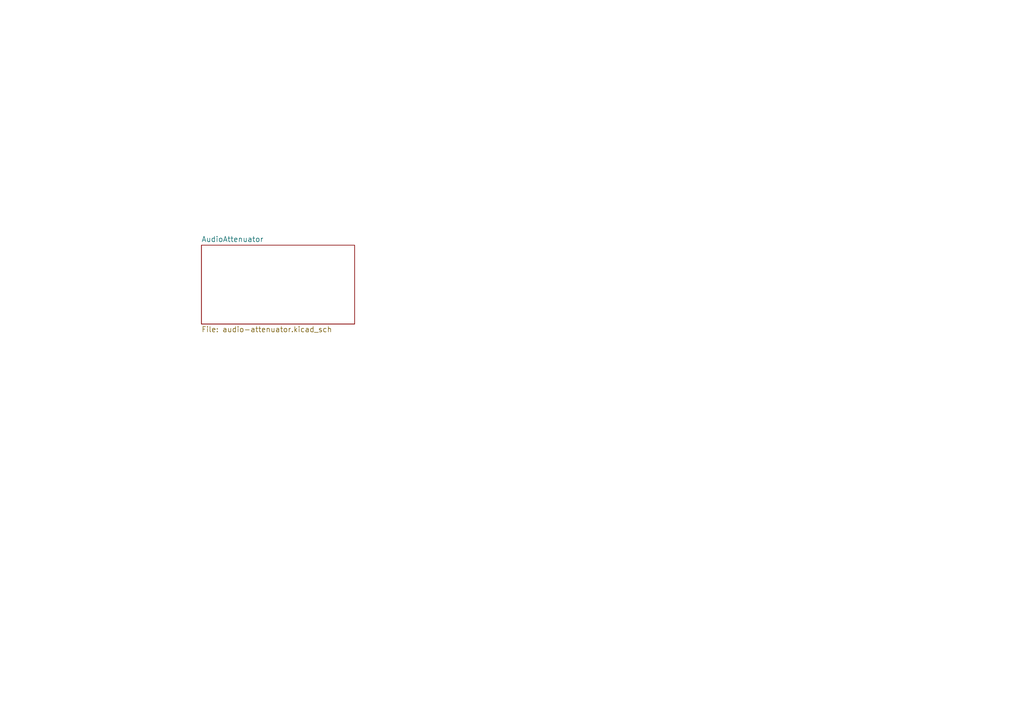
<source format=kicad_sch>
(kicad_sch
	(version 20231120)
	(generator "eeschema")
	(generator_version "8.0")
	(uuid "850041e4-b78e-4103-9b6e-b7ab4ec6f480")
	(paper "A4")
	(title_block
		(title "RelaiXedPassive")
		(date "2016-08-27")
		(rev "1.0")
		(company "Jos van Eijndhoven")
		(comment 1 "Copyright 2016")
		(comment 2 "Permission for free use for personal/DIY application only")
	)
	(lib_symbols)
	(sheet
		(at 58.42 71.12)
		(size 44.45 22.86)
		(fields_autoplaced yes)
		(stroke
			(width 0)
			(type solid)
		)
		(fill
			(color 0 0 0 0.0000)
		)
		(uuid "00000000-0000-0000-0000-00004f6669d2")
		(property "Sheetname" "AudioAttenuator"
			(at 58.42 70.2814 0)
			(effects
				(font
					(size 1.524 1.524)
				)
				(justify left bottom)
			)
		)
		(property "Sheetfile" "audio-attenuator.kicad_sch"
			(at 58.42 94.6662 0)
			(effects
				(font
					(size 1.524 1.524)
				)
				(justify left top)
			)
		)
		(instances
			(project "relaixedPassive"
				(path "/850041e4-b78e-4103-9b6e-b7ab4ec6f480"
					(page "3")
				)
			)
		)
	)
	(sheet_instances
		(path "/"
			(page "1")
		)
	)
)

</source>
